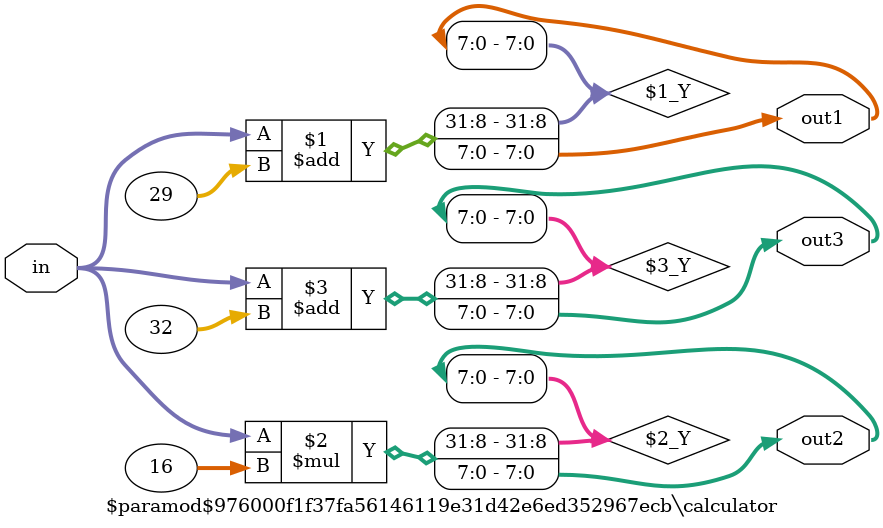
<source format=sv>

module calculator #(
  parameter BASE = 10,
  parameter MULTIPLIER = 2,
  parameter OFFSET = 5,
  // Derived parameters using expressions
  parameter RESULT = BASE * MULTIPLIER + OFFSET,  // 10 * 2 + 5 = 25
  parameter DOUBLE = BASE * 2,                     // 10 * 2 = 20
  parameter SHIFTED = BASE << 2                    // 10 << 2 = 40
) (
  input  logic [7:0] in,
  output logic [7:0] out1,
  output logic [7:0] out2,
  output logic [7:0] out3
);
  
  assign out1 = in + RESULT;
  assign out2 = in * DOUBLE;
  assign out3 = in + SHIFTED;
  
endmodule

module top;
  logic [7:0] in, out1, out2, out3;
  
  // Use default parameters
  calculator #(
    .BASE(8),
    .MULTIPLIER(3)
    // RESULT will be: 8 * 3 + 5 = 29
    // DOUBLE will be: 8 * 2 = 16
    // SHIFTED will be: 8 << 2 = 32
  ) dut (
    .in(in),
    .out1(out1),
    .out2(out2),
    .out3(out3)
  );
endmodule


</source>
